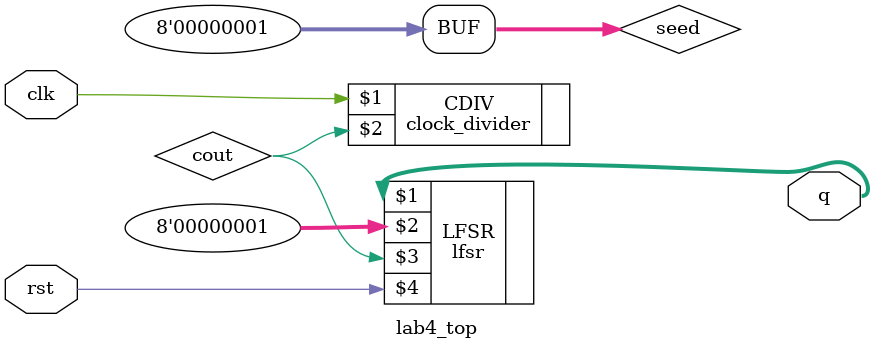
<source format=v>
`timescale 1ns / 1ps

module lab4_top(output [7:0] q,
input clk,
input rst
);
    reg [7:0] seed = 8'b00000001;
    wire cout;
    clock_divider CDIV (clk,cout);
    lfsr LFSR (q,seed,cout,rst);
endmodule
</source>
